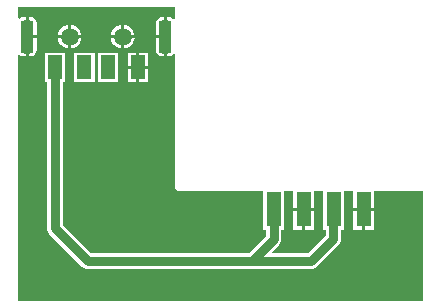
<source format=gtl>
G04*
G04 #@! TF.GenerationSoftware,Altium Limited,Altium NEXUS,2.1.5 (53)*
G04*
G04 Layer_Physical_Order=1*
G04 Layer_Color=255*
%FSLAX44Y44*%
%MOMM*%
G71*
G01*
G75*
%ADD10R,1.2000X2.0000*%
%ADD11R,1.2700X2.9600*%
%ADD16C,0.8000*%
G04:AMPARAMS|DCode=17|XSize=1.1mm|YSize=2.8mm|CornerRadius=0.275mm|HoleSize=0mm|Usage=FLASHONLY|Rotation=180.000|XOffset=0mm|YOffset=0mm|HoleType=Round|Shape=RoundedRectangle|*
%AMROUNDEDRECTD17*
21,1,1.1000,2.2500,0,0,180.0*
21,1,0.5500,2.8000,0,0,180.0*
1,1,0.5500,-0.2750,1.1250*
1,1,0.5500,0.2750,1.1250*
1,1,0.5500,0.2750,-1.1250*
1,1,0.5500,-0.2750,-1.1250*
%
%ADD17ROUNDEDRECTD17*%
%ADD18C,1.5000*%
%ADD19C,0.6000*%
G36*
X136599Y242293D02*
X135329Y241908D01*
X135064Y242304D01*
X133314Y243473D01*
X131250Y243884D01*
X129770D01*
Y227240D01*
X128500D01*
D01*
X129770D01*
Y210596D01*
X131250D01*
X133314Y211007D01*
X135064Y212176D01*
X135329Y212572D01*
X136599Y212187D01*
Y100076D01*
X136873Y98695D01*
X137656Y97524D01*
X138827Y96741D01*
X140208Y96467D01*
X211580D01*
Y63686D01*
X213622D01*
Y58358D01*
X198944Y43680D01*
X65724D01*
X41596Y67808D01*
Y188700D01*
X43540D01*
Y213780D01*
X26460D01*
Y188700D01*
X28404D01*
Y65076D01*
X28628Y63369D01*
X29287Y61778D01*
X30336Y60412D01*
X58328Y32420D01*
X59694Y31371D01*
X61285Y30712D01*
X62992Y30488D01*
X251714D01*
X253421Y30712D01*
X255012Y31371D01*
X256378Y32420D01*
X275428Y51470D01*
X276477Y52836D01*
X277136Y54427D01*
X277360Y56134D01*
Y63686D01*
X280160D01*
Y96467D01*
X287780D01*
Y82296D01*
X296670D01*
X305560D01*
Y96467D01*
X346599D01*
Y3685D01*
X3817D01*
Y211738D01*
X5087Y212075D01*
X6686Y211007D01*
X8750Y210596D01*
X10230D01*
Y227240D01*
Y243884D01*
X8750D01*
X6686Y243473D01*
X5087Y242405D01*
X3817Y242742D01*
Y252169D01*
X136599D01*
Y242293D01*
D02*
G37*
G36*
X262380Y63686D02*
X264168D01*
Y58866D01*
X248982Y43680D01*
X219261D01*
X218775Y44854D01*
X224882Y50962D01*
X225931Y52328D01*
X226590Y53919D01*
X226814Y55626D01*
Y63686D01*
X229360D01*
Y96467D01*
X236980D01*
Y82296D01*
X245870D01*
X254760D01*
Y96467D01*
X262380D01*
Y63686D01*
D02*
G37*
%LPC*%
G36*
X48770Y237199D02*
Y228510D01*
X57459D01*
X57282Y229861D01*
X56270Y232303D01*
X54661Y234401D01*
X52563Y236010D01*
X50121Y237022D01*
X48770Y237199D01*
D02*
G37*
G36*
X14250Y243884D02*
X12770D01*
Y228510D01*
X19644D01*
Y238490D01*
X19233Y240554D01*
X18064Y242304D01*
X16314Y243473D01*
X14250Y243884D01*
D02*
G37*
G36*
X93770Y237199D02*
Y228510D01*
X102459D01*
X102282Y229861D01*
X101270Y232303D01*
X99661Y234401D01*
X97563Y236010D01*
X95121Y237022D01*
X93770Y237199D01*
D02*
G37*
G36*
X127230Y243884D02*
X125750D01*
X123686Y243473D01*
X121936Y242304D01*
X120767Y240554D01*
X120356Y238490D01*
Y228510D01*
X127230D01*
Y243884D01*
D02*
G37*
G36*
X91230Y237199D02*
X89879Y237022D01*
X87437Y236010D01*
X85339Y234401D01*
X83730Y232303D01*
X82718Y229861D01*
X82541Y228510D01*
X91230D01*
Y237199D01*
D02*
G37*
G36*
X46230D02*
X44879Y237022D01*
X42437Y236010D01*
X40339Y234401D01*
X38730Y232303D01*
X37718Y229861D01*
X37541Y228510D01*
X46230D01*
Y237199D01*
D02*
G37*
G36*
X102459Y225970D02*
X93770D01*
Y217281D01*
X95121Y217458D01*
X97563Y218470D01*
X99661Y220079D01*
X101270Y222177D01*
X102282Y224619D01*
X102459Y225970D01*
D02*
G37*
G36*
X57459D02*
X48770D01*
Y217281D01*
X50121Y217458D01*
X52563Y218470D01*
X54661Y220079D01*
X56270Y222177D01*
X57282Y224619D01*
X57459Y225970D01*
D02*
G37*
G36*
X91230D02*
X82541D01*
X82718Y224619D01*
X83730Y222177D01*
X85339Y220079D01*
X87437Y218470D01*
X89879Y217458D01*
X91230Y217281D01*
Y225970D01*
D02*
G37*
G36*
X46230D02*
X37541D01*
X37718Y224619D01*
X38730Y222177D01*
X40339Y220079D01*
X42437Y218470D01*
X44879Y217458D01*
X46230Y217281D01*
Y225970D01*
D02*
G37*
G36*
X127230D02*
X120356D01*
Y215990D01*
X120767Y213926D01*
X121936Y212176D01*
X123686Y211007D01*
X125750Y210596D01*
X127230D01*
Y225970D01*
D02*
G37*
G36*
X19644D02*
X12770D01*
Y210596D01*
X14250D01*
X16314Y211007D01*
X18064Y212176D01*
X19233Y213926D01*
X19644Y215990D01*
Y225970D01*
D02*
G37*
G36*
X113540Y213780D02*
X106270D01*
Y202510D01*
X113540D01*
Y213780D01*
D02*
G37*
G36*
X103730D02*
X96460D01*
Y202510D01*
X103730D01*
Y213780D01*
D02*
G37*
G36*
X113540Y199970D02*
X106270D01*
Y188700D01*
X113540D01*
Y199970D01*
D02*
G37*
G36*
X103730D02*
X96460D01*
Y188700D01*
X103730D01*
Y199970D01*
D02*
G37*
G36*
X88540Y213780D02*
X71460D01*
Y188700D01*
X88540D01*
Y213780D01*
D02*
G37*
G36*
X68540D02*
X51460D01*
Y188700D01*
X68540D01*
Y213780D01*
D02*
G37*
G36*
X305560Y79756D02*
X297940D01*
Y63686D01*
X305560D01*
Y79756D01*
D02*
G37*
G36*
X295400D02*
X287780D01*
Y63686D01*
X295400D01*
Y79756D01*
D02*
G37*
G36*
X254760D02*
X247140D01*
Y63686D01*
X254760D01*
Y79756D01*
D02*
G37*
G36*
X244600D02*
X236980D01*
Y63686D01*
X244600D01*
Y79756D01*
D02*
G37*
%LPD*%
D10*
X35000Y201240D02*
D03*
X60000D02*
D03*
X80000D02*
D03*
X105000D02*
D03*
D11*
X220470Y81026D02*
D03*
X245870D02*
D03*
X271270D02*
D03*
X296670D02*
D03*
D16*
X35000Y65076D02*
Y196240D01*
X201676Y37084D02*
X251714D01*
X62992D02*
X201676D01*
X220218Y55626D01*
Y80774D01*
X220470Y81026D01*
X251714Y37084D02*
X270764Y56134D01*
Y80520D01*
X271270Y81026D01*
X35000Y65076D02*
X62992Y37084D01*
D17*
X128500Y227240D02*
D03*
X11500D02*
D03*
D18*
X92500D02*
D03*
X47500D02*
D03*
D19*
X330000Y80000D02*
D03*
X320000Y60000D02*
D03*
X330000Y40000D02*
D03*
X320000Y20000D02*
D03*
X310000Y80000D02*
D03*
X300000Y60000D02*
D03*
X310000Y40000D02*
D03*
X300000Y20000D02*
D03*
X290000Y40000D02*
D03*
X280000Y20000D02*
D03*
X260000Y60000D02*
D03*
X270000Y40000D02*
D03*
X260000Y20000D02*
D03*
X240000Y60000D02*
D03*
Y20000D02*
D03*
X220000D02*
D03*
X200000Y60000D02*
D03*
Y20000D02*
D03*
X190000Y80000D02*
D03*
X180000Y60000D02*
D03*
Y20000D02*
D03*
X170000Y80000D02*
D03*
X160000Y60000D02*
D03*
Y20000D02*
D03*
X150000Y80000D02*
D03*
X140000Y60000D02*
D03*
Y20000D02*
D03*
X130000Y200000D02*
D03*
X120000Y180000D02*
D03*
X130000Y160000D02*
D03*
X120000Y140000D02*
D03*
X130000Y120000D02*
D03*
X120000Y100000D02*
D03*
X130000Y80000D02*
D03*
X120000Y60000D02*
D03*
Y20000D02*
D03*
X100000Y180000D02*
D03*
X110000Y160000D02*
D03*
X100000Y140000D02*
D03*
X110000Y120000D02*
D03*
X100000Y100000D02*
D03*
X110000Y80000D02*
D03*
X100000Y60000D02*
D03*
Y20000D02*
D03*
X80000Y180000D02*
D03*
X90000Y160000D02*
D03*
X80000Y140000D02*
D03*
X90000Y120000D02*
D03*
X80000Y100000D02*
D03*
X90000Y80000D02*
D03*
X80000Y60000D02*
D03*
Y20000D02*
D03*
X60000Y180000D02*
D03*
X70000Y160000D02*
D03*
X60000Y140000D02*
D03*
X70000Y120000D02*
D03*
X60000Y100000D02*
D03*
X70000Y80000D02*
D03*
X60000Y60000D02*
D03*
Y20000D02*
D03*
X50000Y160000D02*
D03*
Y120000D02*
D03*
Y80000D02*
D03*
X40000Y20000D02*
D03*
X20000Y180000D02*
D03*
Y140000D02*
D03*
Y100000D02*
D03*
Y60000D02*
D03*
X30000Y40000D02*
D03*
X20000Y20000D02*
D03*
M02*

</source>
